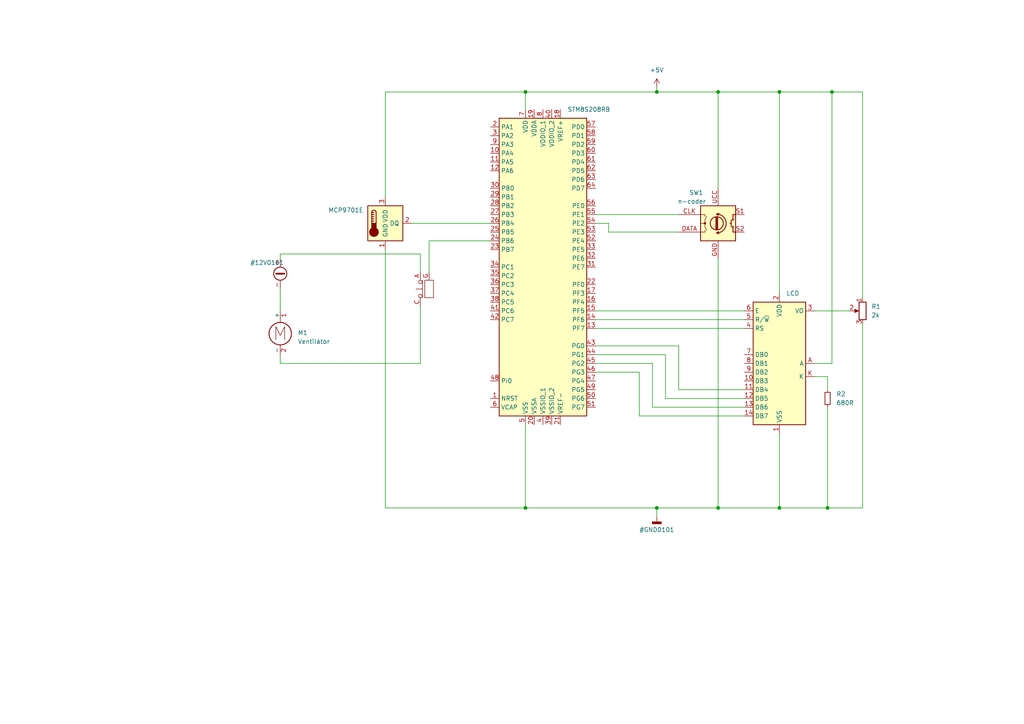
<source format=kicad_sch>
(kicad_sch (version 20211123) (generator eeschema)
  (paper "A4")
  (lib_symbols
    (symbol "Connector:CoaxialSwitch_Testpoint" (pin_names (offset 1.016) hide)
      (property "Reference" "TP" (at 0 -3.81 0))
      (property "Value" "CoaxialSwitch_Testpoint" (at 0 3.81 0))
      (symbol "CoaxialSwitch_Testpoint_0_1"
        (rectangle (start -2.54 -2.54) (end 2.54 -2.54))
        (rectangle (start -2.54 0) (end -2.54 -2.54))
        (rectangle (start 2.54 0) (end -2.54 0))
        (rectangle (start 2.54 0) (end 2.54 -2.54))
      )
      (symbol "CoaxialSwitch_Testpoint_1_1"
        (circle (center -2.032 1.27) (radius 0.508))
        (polyline (pts (xy -2.54 0.635) (xy 2.54 0.635)))
        (polyline (pts (xy 0 0.635) (xy 0 2.54)))
        (circle (center 2.032 1.27) (radius 0.508))
        (pin passive line (at 5.08 1.27 180) (length 2.54) (name "A") (number "A"))
        (pin passive line (at -5.08 1.27 0) (length 2.54) (name "C") (number "C"))
        (pin passive line (at 5.08 -1.27 180) (length 2.54) (name "G") (number "G"))
      )
    )
    (symbol "Device:R_Potentiometer" (pin_names (offset 1.016) hide)
      (property "Reference" "RV" (at -4.445 0 90))
      (property "Value" "R_Potentiometer" (at -2.54 0 90))
      (symbol "R_Potentiometer_0_1"
        (polyline (pts (xy 2.54 0) (xy 1.524 0)))
        (polyline (pts (xy 1.143 0) (xy 2.286 0.508) (xy 2.286 -0.508) (xy 1.143 0)) (fill (type outline)))
        (rectangle (start 1.016 2.54) (end -1.016 -2.54) (stroke (width 0.254)))
      )
      (symbol "R_Potentiometer_1_1"
        (pin passive line (at 0 3.81 270) (length 1.27) (name "1") (number "1"))
        (pin passive line (at 3.81 0 180) (length 1.27) (name "2") (number "2"))
        (pin passive line (at 0 -3.81 90) (length 1.27) (name "3") (number "3"))
      )
    )
    (symbol "Device:R_Small" (pin_numbers hide) (pin_names (offset 0.254) hide)
      (property "Reference" "R" (at 0.762 0.508 0))
      (property "Value" "R_Small" (at 0.762 -1.016 0))
      (symbol "R_Small_0_1"
        (rectangle (start -0.762 1.778) (end 0.762 -1.778) (stroke (width 0.2032)))
      )
      (symbol "R_Small_1_1"
        (pin passive line (at 0 2.54 270) (length 0.762) (name "~") (number "1"))
        (pin passive line (at 0 -2.54 90) (length 0.762) (name "~") (number "2"))
      )
    )
    (symbol "Device:RotaryEncoder_Switch" (pin_names (offset 0.254) hide)
      (property "Reference" "SW?" (at -10.16 8.89 0))
      (property "Value" "RotaryEncoder_Switch" (at -17.78 6.35 0))
      (symbol "RotaryEncoder_Switch_0_1"
        (rectangle (start -5.08 5.08) (end 5.08 -5.08) (stroke (width 0.254)) (fill (type background)))
        (circle (center -3.81 0) (radius 0.254) (fill (type outline)))
        (arc (start -0.381 -2.794) (mid 2.3622 -0.0635) (end -0.381 2.667) (stroke (width 0.254)))
        (circle (center -0.381 0) (radius 1.905) (stroke (width 0.254)))
        (polyline (pts (xy -0.635 -1.778) (xy -0.635 1.778)) (stroke (width 0.254)))
        (polyline (pts (xy -0.381 -1.778) (xy -0.381 1.778)) (stroke (width 0.254)))
        (polyline (pts (xy -0.127 1.778) (xy -0.127 -1.778)) (stroke (width 0.254)))
        (polyline (pts (xy 3.81 0) (xy 3.429 0)) (stroke (width 0.254)))
        (polyline (pts (xy 3.81 1.016) (xy 3.81 -1.016)) (stroke (width 0.254)))
        (polyline (pts (xy -5.08 -2.54) (xy -3.81 -2.54) (xy -3.81 -2.032)))
        (polyline (pts (xy -5.08 2.54) (xy -3.81 2.54) (xy -3.81 2.032)))
        (polyline (pts (xy 0.254 -3.048) (xy -0.508 -2.794) (xy 0.127 -2.413)) (stroke (width 0.254)))
        (polyline (pts (xy 0.254 2.921) (xy -0.508 2.667) (xy 0.127 2.286)) (stroke (width 0.254)))
        (polyline (pts (xy 5.08 -2.54) (xy 4.318 -2.54) (xy 4.318 -1.016)) (stroke (width 0.254)))
        (polyline (pts (xy 5.08 2.54) (xy 4.318 2.54) (xy 4.318 1.016)) (stroke (width 0.254)))
        (polyline (pts (xy -5.08 0) (xy -3.81 0) (xy -3.81 -1.016) (xy -3.302 -2.032)))
        (polyline (pts (xy -4.318 0) (xy -3.81 0) (xy -3.81 1.016) (xy -3.302 2.032)))
        (circle (center 4.318 -1.016) (radius 0.127) (stroke (width 0.254)))
        (circle (center 4.318 1.016) (radius 0.127) (stroke (width 0.254)))
      )
      (symbol "RotaryEncoder_Switch_1_1"
        (pin passive line (at -11.43 2.54 0) (length 6.2) (name "CLK") (number "CLK"))
        (pin passive line (at -11.43 -2.54 0) (length 6.2) (name "DATA") (number "DATA"))
        (pin power_in line (at 0 -10.16 90) (length 5) (name "gnd") (number "GND"))
        (pin passive line (at 7.62 2.54 180) (length 2.54) (name "S1") (number "S1"))
        (pin passive line (at 7.62 -2.54 180) (length 2.54) (name "S2") (number "S2"))
        (pin power_in line (at 0 10.16 270) (length 5) (name "Ucc") (number "UCC"))
      )
    )
    (symbol "Display_Character:LCD-016N002L"
      (property "Reference" "U?" (at 2.0194 22.86 0))
      (property "Value" "LCD-016N002L" (at 2.0194 20.32 0))
      (symbol "LCD-016N002L_1_1"
        (rectangle (start -7.62 17.78) (end 7.62 -17.78) (stroke (width 0.254)) (fill (type background)))
        (pin power_in line (at 0 -20.32 90) (length 2.54) (name "VSS") (number "1"))
        (pin bidirectional line (at -10.16 -5.08 0) (length 2.54) (name "DB3") (number "10"))
        (pin bidirectional line (at -10.16 -7.62 0) (length 2.54) (name "DB4") (number "11"))
        (pin bidirectional line (at -10.16 -10.16 0) (length 2.54) (name "DB5") (number "12"))
        (pin bidirectional line (at -10.16 -12.7 0) (length 2.54) (name "DB6") (number "13"))
        (pin bidirectional line (at -10.16 -15.24 0) (length 2.54) (name "DB7") (number "14"))
        (pin power_in line (at 0 20.32 270) (length 2.54) (name "VDD") (number "2"))
        (pin input line (at 10.16 15.24 180) (length 2.54) (name "VO") (number "3"))
        (pin input line (at -10.16 10.16 0) (length 2.54) (name "RS") (number "4"))
        (pin input line (at -10.16 12.7 0) (length 2.54) (name "R/~{W}") (number "5"))
        (pin input line (at -10.16 15.24 0) (length 2.54) (name "E") (number "6"))
        (pin bidirectional line (at -10.16 2.54 0) (length 2.54) (name "DB0") (number "7"))
        (pin bidirectional line (at -10.16 0 0) (length 2.54) (name "DB1") (number "8"))
        (pin bidirectional line (at -10.16 -2.54 0) (length 2.54) (name "DB2") (number "9"))
        (pin power_in line (at 10.16 0 180) (length 2.54) (name "A") (number "A"))
        (pin power_in line (at 10.16 -3.81 180) (length 2.54) (name "K") (number "K"))
      )
    )
    (symbol "MCU_ST_STM8:STM8S207RB"
      (property "Reference" "U" (at 13.97 48.26 0))
      (property "Value" "STM8S207RB" (at 13.97 45.72 0))
      (symbol "STM8S207RB_0_1"
        (rectangle (start 12.7 43.18) (end -12.7 -43.18) (stroke (width 0.254)) (fill (type background)))
      )
      (symbol "STM8S207RB_1_1"
        (pin input line (at -15.24 -38.1 0) (length 2.54) (name "NRST") (number "1"))
        (pin bidirectional line (at -15.24 33.02 0) (length 2.54) (name "PA4") (number "10"))
        (pin bidirectional line (at -15.24 30.48 0) (length 2.54) (name "PA5") (number "11"))
        (pin bidirectional line (at -15.24 27.94 0) (length 2.54) (name "PA6") (number "12"))
        (pin bidirectional line (at 15.24 -17.78 180) (length 2.54) (name "PF7") (number "13"))
        (pin bidirectional line (at 15.24 -15.24 180) (length 2.54) (name "PF6") (number "14"))
        (pin bidirectional line (at 15.24 -12.7 180) (length 2.54) (name "PF5") (number "15"))
        (pin bidirectional line (at 15.24 -10.16 180) (length 2.54) (name "PF4") (number "16"))
        (pin bidirectional line (at 15.24 -7.62 180) (length 2.54) (name "PF3") (number "17"))
        (pin power_in line (at 5.08 45.72 270) (length 2.54) (name "VREF+") (number "18"))
        (pin power_in line (at -2.54 45.72 270) (length 2.54) (name "VDDA") (number "19"))
        (pin bidirectional line (at -15.24 40.64 0) (length 2.54) (name "PA1") (number "2"))
        (pin power_in line (at -2.54 -45.72 90) (length 2.54) (name "VSSA") (number "20"))
        (pin power_in line (at 5.08 -45.72 90) (length 2.54) (name "VREF-") (number "21"))
        (pin bidirectional line (at 15.24 -5.08 180) (length 2.54) (name "PF0") (number "22"))
        (pin bidirectional line (at -15.24 5.08 0) (length 2.54) (name "PB7") (number "23"))
        (pin bidirectional line (at -15.24 7.62 0) (length 2.54) (name "PB6") (number "24"))
        (pin bidirectional line (at -15.24 10.16 0) (length 2.54) (name "PB5") (number "25"))
        (pin bidirectional line (at -15.24 12.7 0) (length 2.54) (name "PB4") (number "26"))
        (pin bidirectional line (at -15.24 15.24 0) (length 2.54) (name "PB3") (number "27"))
        (pin bidirectional line (at -15.24 17.78 0) (length 2.54) (name "PB2") (number "28"))
        (pin bidirectional line (at -15.24 20.32 0) (length 2.54) (name "PB1") (number "29"))
        (pin bidirectional line (at -15.24 38.1 0) (length 2.54) (name "PA2") (number "3"))
        (pin bidirectional line (at -15.24 22.86 0) (length 2.54) (name "PB0") (number "30"))
        (pin bidirectional line (at 15.24 0 180) (length 2.54) (name "PE7") (number "31"))
        (pin bidirectional line (at 15.24 2.54 180) (length 2.54) (name "PE6") (number "32"))
        (pin bidirectional line (at 15.24 5.08 180) (length 2.54) (name "PE5") (number "33"))
        (pin bidirectional line (at -15.24 0 0) (length 2.54) (name "PC1") (number "34"))
        (pin bidirectional line (at -15.24 -2.54 0) (length 2.54) (name "PC2") (number "35"))
        (pin bidirectional line (at -15.24 -5.08 0) (length 2.54) (name "PC3") (number "36"))
        (pin bidirectional line (at -15.24 -7.62 0) (length 2.54) (name "PC4") (number "37"))
        (pin bidirectional line (at -15.24 -10.16 0) (length 2.54) (name "PC5") (number "38"))
        (pin power_in line (at 2.54 -45.72 90) (length 2.54) (name "VSSIO_2") (number "39"))
        (pin power_in line (at 0 -45.72 90) (length 2.54) (name "VSSIO_1") (number "4"))
        (pin power_in line (at 2.54 45.72 270) (length 2.54) (name "VDDIO_2") (number "40"))
        (pin bidirectional line (at -15.24 -12.7 0) (length 2.54) (name "PC6") (number "41"))
        (pin bidirectional line (at -15.24 -15.24 0) (length 2.54) (name "PC7") (number "42"))
        (pin bidirectional line (at 15.24 -22.86 180) (length 2.54) (name "PG0") (number "43"))
        (pin bidirectional line (at 15.24 -25.4 180) (length 2.54) (name "PG1") (number "44"))
        (pin bidirectional line (at 15.24 -27.94 180) (length 2.54) (name "PG2") (number "45"))
        (pin bidirectional line (at 15.24 -30.48 180) (length 2.54) (name "PG3") (number "46"))
        (pin bidirectional line (at 15.24 -33.02 180) (length 2.54) (name "PG4") (number "47"))
        (pin bidirectional line (at -15.24 -33.02 0) (length 2.54) (name "PI0") (number "48"))
        (pin bidirectional line (at 15.24 -35.56 180) (length 2.54) (name "PG5") (number "49"))
        (pin power_in line (at -5.08 -45.72 90) (length 2.54) (name "VSS") (number "5"))
        (pin bidirectional line (at 15.24 -38.1 180) (length 2.54) (name "PG6") (number "50"))
        (pin bidirectional line (at 15.24 -40.64 180) (length 2.54) (name "PG7") (number "51"))
        (pin bidirectional line (at 15.24 7.62 180) (length 2.54) (name "PE4") (number "52"))
        (pin bidirectional line (at 15.24 10.16 180) (length 2.54) (name "PE3") (number "53"))
        (pin bidirectional line (at 15.24 12.7 180) (length 2.54) (name "PE2") (number "54"))
        (pin bidirectional line (at 15.24 15.24 180) (length 2.54) (name "PE1") (number "55"))
        (pin bidirectional line (at 15.24 17.78 180) (length 2.54) (name "PE0") (number "56"))
        (pin bidirectional line (at 15.24 40.64 180) (length 2.54) (name "PD0") (number "57"))
        (pin bidirectional line (at 15.24 38.1 180) (length 2.54) (name "PD1") (number "58"))
        (pin bidirectional line (at 15.24 35.56 180) (length 2.54) (name "PD2") (number "59"))
        (pin input line (at -15.24 -40.64 0) (length 2.54) (name "VCAP") (number "6"))
        (pin bidirectional line (at 15.24 33.02 180) (length 2.54) (name "PD3") (number "60"))
        (pin bidirectional line (at 15.24 30.48 180) (length 2.54) (name "PD4") (number "61"))
        (pin bidirectional line (at 15.24 27.94 180) (length 2.54) (name "PD5") (number "62"))
        (pin bidirectional line (at 15.24 25.4 180) (length 2.54) (name "PD6") (number "63"))
        (pin bidirectional line (at 15.24 22.86 180) (length 2.54) (name "PD7") (number "64"))
        (pin power_in line (at -5.08 45.72 270) (length 2.54) (name "VDD") (number "7"))
        (pin power_in line (at 0 45.72 270) (length 2.54) (name "VDDIO_1") (number "8"))
        (pin bidirectional line (at -15.24 35.56 0) (length 2.54) (name "PA3") (number "9"))
      )
    )
    (symbol "Motor:Motor_DC" (pin_names (offset 0))
      (property "Reference" "M" (at 2.54 2.54 0))
      (property "Value" "Motor_DC" (at 2.54 -5.08 0))
      (symbol "Motor_DC_0_0"
        (polyline (pts (xy -1.27 -3.302) (xy -1.27 0.508) (xy 0 -2.032) (xy 1.27 0.508) (xy 1.27 -3.302)))
      )
      (symbol "Motor_DC_0_1"
        (circle (center 0 -1.524) (radius 3.2512) (stroke (width 0.254)))
        (polyline (pts (xy 0 -7.62) (xy 0 -7.112)))
        (polyline (pts (xy 0 -4.7752) (xy 0 -5.1816)))
        (polyline (pts (xy 0 1.7272) (xy 0 2.0828)))
        (polyline (pts (xy 0 2.032) (xy 0 2.54)))
      )
      (symbol "Motor_DC_1_1"
        (pin passive line (at 0 5.08 270) (length 2.54) (name "+") (number "1"))
        (pin passive line (at 0 -7.62 90) (length 2.54) (name "-") (number "2"))
      )
    )
    (symbol "Sensor_Temperature:DS18B20" (pin_names (offset 1.016))
      (property "Reference" "U" (at -3.81 6.35 0))
      (property "Value" "DS18B20" (at 6.35 6.35 0))
      (symbol "DS18B20_0_1"
        (rectangle (start -5.08 5.08) (end 5.08 -5.08) (stroke (width 0.254)) (fill (type background)))
        (circle (center -3.302 -2.54) (radius 1.27) (stroke (width 0.254)) (fill (type outline)))
        (rectangle (start -2.667 -1.905) (end -3.937 0) (stroke (width 0.254)) (fill (type outline)))
        (arc (start -2.667 3.175) (mid -3.302 3.81) (end -3.937 3.175) (stroke (width 0.254)))
        (polyline (pts (xy -3.937 0.635) (xy -3.302 0.635)) (stroke (width 0.254)))
        (polyline (pts (xy -3.937 1.27) (xy -3.302 1.27)) (stroke (width 0.254)))
        (polyline (pts (xy -3.937 1.905) (xy -3.302 1.905)) (stroke (width 0.254)))
        (polyline (pts (xy -3.937 2.54) (xy -3.302 2.54)) (stroke (width 0.254)))
        (polyline (pts (xy -3.937 3.175) (xy -3.937 0)) (stroke (width 0.254)))
        (polyline (pts (xy -3.937 3.175) (xy -3.302 3.175)) (stroke (width 0.254)))
        (polyline (pts (xy -2.667 3.175) (xy -2.667 0)) (stroke (width 0.254)))
      )
      (symbol "DS18B20_1_1"
        (pin power_in line (at 0 -7.62 90) (length 2.54) (name "GND") (number "1"))
        (pin bidirectional line (at 7.62 0 180) (length 2.54) (name "DQ") (number "2"))
        (pin power_in line (at 0 7.62 270) (length 2.54) (name "VDD") (number "3"))
      )
    )
    (symbol "power:+5V" (power) (pin_names (offset 0))
      (property "Value" "+5V" (at 0 3.556 0))
      (symbol "+5V_0_1"
        (polyline (pts (xy -0.762 1.27) (xy 0 2.54)))
        (polyline (pts (xy 0 0) (xy 0 2.54)))
        (polyline (pts (xy 0 2.54) (xy 0.762 1.27)))
      )
      (symbol "+5V_1_1"
        (pin power_in line (at 0 0 90) (length 0) hide (name "+5V") (number "1"))
      )
    )
    (symbol "power:-VDC" (power) (pin_names (offset 0))
      (property "Value" "-VDC" (at 6.35 7.62 0))
      (symbol "-VDC_0_1"
        (polyline (pts (xy -1.143 3.175) (xy 1.143 3.175)) (stroke (width 0.508)))
        (circle (center 0 3.175) (radius 1.905) (stroke (width 0.254)))
      )
      (symbol "-VDC_1_1"
        (pin power_in line (at 0 7.62 270) (length 2.4) (name "") (number "+"))
        (pin power_in line (at 0 -1.27 90) (length 2.4) (name "") (number "-"))
        (pin power_in line (at 5.08 2.54 90) (length 0) hide (name "-VDC") (number "1"))
      )
    )
    (symbol "power:GNDD" (power) (pin_names (offset 0))
      (property "Value" "GNDD" (at 0 -3.175 0))
      (symbol "GNDD_0_1"
        (rectangle (start -1.27 -1.524) (end 1.27 -2.032) (stroke (width 0.254)) (fill (type outline)))
        (polyline (pts (xy 0 0) (xy 0 -1.524)))
      )
      (symbol "GNDD_1_1"
        (pin power_in line (at 0 0 270) (length 0) hide (name "GNDD") (number "1"))
      )
    )
  )
  (junction (at 208.28 147.32))
  (junction (at 190.5 26.67))
  (junction (at 190.5 147.32))
  (junction (at 152.4 26.67))
  (junction (at 226.06 26.67))
  (junction (at 152.4 147.32))
  (junction (at 240.03 147.32))
  (junction (at 226.06 147.32))
  (junction (at 241.3 26.67))
  (junction (at 208.28 26.67))
  (wire (pts (xy 81.28 102.87) (xy 81.28 105.41)))
  (wire (pts (xy 189.23 105.41) (xy 172.72 105.41)))
  (wire (pts (xy 190.5 147.32) (xy 152.4 147.32)))
  (wire (pts (xy 240.03 113.03) (xy 240.03 109.22)))
  (wire (pts (xy 190.5 25.4) (xy 190.5 26.67)))
  (wire (pts (xy 176.53 67.31) (xy 176.53 64.77)))
  (wire (pts (xy 226.06 125.73) (xy 226.06 147.32)))
  (wire (pts (xy 240.03 109.22) (xy 236.22 109.22)))
  (wire (pts (xy 81.28 105.41) (xy 121.92 105.41)))
  (wire (pts (xy 185.42 120.65) (xy 185.42 107.95)))
  (wire (pts (xy 111.76 26.67) (xy 152.4 26.67)))
  (wire (pts (xy 208.28 147.32) (xy 190.5 147.32)))
  (wire (pts (xy 121.92 78.74) (xy 121.92 73.66)))
  (wire (pts (xy 152.4 31.75) (xy 152.4 26.67)))
  (wire (pts (xy 193.04 102.87) (xy 172.72 102.87)))
  (wire (pts (xy 250.19 147.32) (xy 250.19 93.98)))
  (wire (pts (xy 250.19 86.36) (xy 250.19 26.67)))
  (wire (pts (xy 152.4 26.67) (xy 190.5 26.67)))
  (wire (pts (xy 226.06 26.67) (xy 208.28 26.67)))
  (wire (pts (xy 236.22 90.17) (xy 246.38 90.17)))
  (wire (pts (xy 215.9 120.65) (xy 185.42 120.65)))
  (wire (pts (xy 189.23 118.11) (xy 189.23 105.41)))
  (wire (pts (xy 190.5 147.32) (xy 190.5 149.86)))
  (wire (pts (xy 208.28 74.93) (xy 208.28 147.32)))
  (wire (pts (xy 193.04 115.57) (xy 193.04 102.87)))
  (wire (pts (xy 226.06 147.32) (xy 240.03 147.32)))
  (wire (pts (xy 111.76 57.15) (xy 111.76 26.67)))
  (wire (pts (xy 241.3 26.67) (xy 226.06 26.67)))
  (wire (pts (xy 196.85 100.33) (xy 172.72 100.33)))
  (wire (pts (xy 81.28 73.66) (xy 81.28 74.93)))
  (wire (pts (xy 208.28 26.67) (xy 190.5 26.67)))
  (wire (pts (xy 208.28 147.32) (xy 226.06 147.32)))
  (wire (pts (xy 119.38 64.77) (xy 142.24 64.77)))
  (wire (pts (xy 196.85 113.03) (xy 196.85 100.33)))
  (wire (pts (xy 236.22 105.41) (xy 241.3 105.41)))
  (wire (pts (xy 240.03 147.32) (xy 250.19 147.32)))
  (wire (pts (xy 240.03 118.11) (xy 240.03 147.32)))
  (wire (pts (xy 176.53 64.77) (xy 172.72 64.77)))
  (wire (pts (xy 172.72 92.71) (xy 215.9 92.71)))
  (wire (pts (xy 111.76 72.39) (xy 111.76 147.32)))
  (wire (pts (xy 172.72 62.23) (xy 196.85 62.23)))
  (wire (pts (xy 111.76 147.32) (xy 152.4 147.32)))
  (wire (pts (xy 250.19 26.67) (xy 241.3 26.67)))
  (wire (pts (xy 121.92 105.41) (xy 121.92 88.9)))
  (wire (pts (xy 142.24 69.85) (xy 124.46 69.85)))
  (wire (pts (xy 196.85 67.31) (xy 176.53 67.31)))
  (wire (pts (xy 124.46 69.85) (xy 124.46 78.74)))
  (wire (pts (xy 215.9 113.03) (xy 196.85 113.03)))
  (wire (pts (xy 208.28 54.61) (xy 208.28 26.67)))
  (wire (pts (xy 172.72 95.25) (xy 215.9 95.25)))
  (wire (pts (xy 241.3 105.41) (xy 241.3 26.67)))
  (wire (pts (xy 215.9 118.11) (xy 189.23 118.11)))
  (wire (pts (xy 185.42 107.95) (xy 172.72 107.95)))
  (wire (pts (xy 226.06 26.67) (xy 226.06 85.09)))
  (wire (pts (xy 152.4 123.19) (xy 152.4 147.32)))
  (wire (pts (xy 81.28 83.82) (xy 81.28 90.17)))
  (wire (pts (xy 121.92 73.66) (xy 81.28 73.66)))
  (wire (pts (xy 215.9 115.57) (xy 193.04 115.57)))
  (wire (pts (xy 172.72 90.17) (xy 215.9 90.17)))
  (symbol (lib_id "Device:R_Small") (at 240.03 115.57 0) (unit 1)
    (property "Reference" "R2" (at 242.57 114.2999 0) (effects (justify left)))
    (property "Value" "680R" (at 242.57 116.8399 0) (effects (justify left)))
  )
  (symbol (lib_id "Sensor_Temperature:DS18B20") (at 111.76 64.77 0) (unit 1)
    (property "Reference" "U?" (effects hide))
    (property "Value" "MCP9701E" (at 105.41 60.96 0) (effects (justify right)))
    (property "Footprint" "Package_TO_SOT_THT:TO-92_Inline" (effects hide))
    (property "Datasheet" "http://datasheets.maximintegrated.com/en/ds/DS18B20.pdf" (effects hide))
  )
  (symbol (lib_id "Connector:CoaxialSwitch_Testpoint") (at 123.19 83.82 90) (unit 1)
    (property "Reference" "TP?" (effects hide))
    (property "Value" "CoaxialSwitch_Testpoint" (effects hide))
  )
  (symbol (lib_id "Device:R_Potentiometer") (at 250.19 90.17 0) (mirror y) (unit 1)
    (property "Reference" "R1" (at 252.73 88.8999 0) (effects (justify right)))
    (property "Value" "2k" (at 252.73 91.4399 0) (effects (justify right)))
  )
  (symbol (lib_id "power:+5V") (at 190.5 25.4 0) (unit 1)
    (property "Reference" "#PWR?" (effects hide))
    (property "Value" "+5V" (at 190.5 20.32 0))
  )
  (symbol (lib_id "Motor:Motor_DC") (at 81.28 95.25 0) (unit 1)
    (property "Reference" "M1" (at 86.36 96.5199 0) (effects (justify left)))
    (property "Value" "Ventilátor" (at 86.36 99.0599 0) (effects (justify left)))
  )
  (symbol (lib_id "MCU_ST_STM8:STM8S207RB") (at 157.48 77.47 0) (unit 1)
    (property "Reference" "U?" (effects hide))
    (property "Value" "STM8S208RB" (at 164.5794 31.75 0) (effects (justify left)))
    (property "Footprint" "Package_QFP:LQFP-64_10x10mm_P0.5mm" (effects hide))
    (property "Datasheet" "https://www.st.com/resource/en/datasheet/stm8s208rb.pdf" (effects hide))
  )
  (symbol (lib_id "Device:RotaryEncoder_Switch") (at 208.28 64.77 0) (unit 1)
    (property "Reference" "SW1" (at 201.93 55.88 0))
    (property "Value" "n-coder" (at 200.66 58.42 0))
  )
  (symbol (lib_id "Display_Character:LCD-016N002L") (at 226.06 105.41 0) (unit 1)
    (property "Reference" "U?" (effects hide))
    (property "Value" "LCD" (at 228.0794 85.09 0) (effects (justify left)))
    (property "Footprint" "Display:LCD-016N002L" (effects hide))
    (property "Datasheet" "http://www.vishay.com/docs/37299/37299.pdf" (effects hide))
  )
  (symbol (lib_id "power:-VDC") (at 81.28 82.55 0) (unit 1)
    (property "Reference" "12V" (at 77.47 76.2 0))
    (property "Value" "-VDC" (effects hide))
  )
  (symbol (lib_id "power:GNDD") (at 190.5 149.86 0) (unit 1)
    (property "Reference" "GND" (at 190.5 153.67 0))
    (property "Value" "GNDD" (effects hide))
  )
)
</source>
